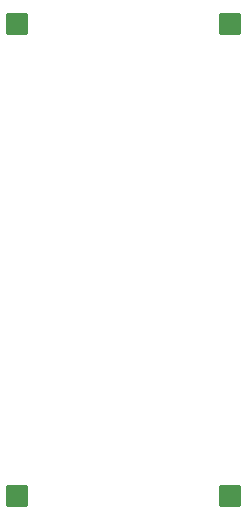
<source format=gtp>
G04 #@! TF.GenerationSoftware,KiCad,Pcbnew,9.0.4*
G04 #@! TF.CreationDate,2025-09-11T10:43:24+07:00*
G04 #@! TF.ProjectId,BreakoutBoard,42726561-6b6f-4757-9442-6f6172642e6b,rev?*
G04 #@! TF.SameCoordinates,Original*
G04 #@! TF.FileFunction,Paste,Top*
G04 #@! TF.FilePolarity,Positive*
%FSLAX46Y46*%
G04 Gerber Fmt 4.6, Leading zero omitted, Abs format (unit mm)*
G04 Created by KiCad (PCBNEW 9.0.4) date 2025-09-11 10:43:24*
%MOMM*%
%LPD*%
G01*
G04 APERTURE LIST*
G04 Aperture macros list*
%AMRoundRect*
0 Rectangle with rounded corners*
0 $1 Rounding radius*
0 $2 $3 $4 $5 $6 $7 $8 $9 X,Y pos of 4 corners*
0 Add a 4 corners polygon primitive as box body*
4,1,4,$2,$3,$4,$5,$6,$7,$8,$9,$2,$3,0*
0 Add four circle primitives for the rounded corners*
1,1,$1+$1,$2,$3*
1,1,$1+$1,$4,$5*
1,1,$1+$1,$6,$7*
1,1,$1+$1,$8,$9*
0 Add four rect primitives between the rounded corners*
20,1,$1+$1,$2,$3,$4,$5,0*
20,1,$1+$1,$4,$5,$6,$7,0*
20,1,$1+$1,$6,$7,$8,$9,0*
20,1,$1+$1,$8,$9,$2,$3,0*%
G04 Aperture macros list end*
%ADD10RoundRect,0.285750X-0.666750X-0.666750X0.666750X-0.666750X0.666750X0.666750X-0.666750X0.666750X0*%
G04 APERTURE END LIST*
D10*
X122500000Y-56500000D03*
X140500000Y-56500000D03*
X140500000Y-96500000D03*
X122500000Y-96500000D03*
M02*

</source>
